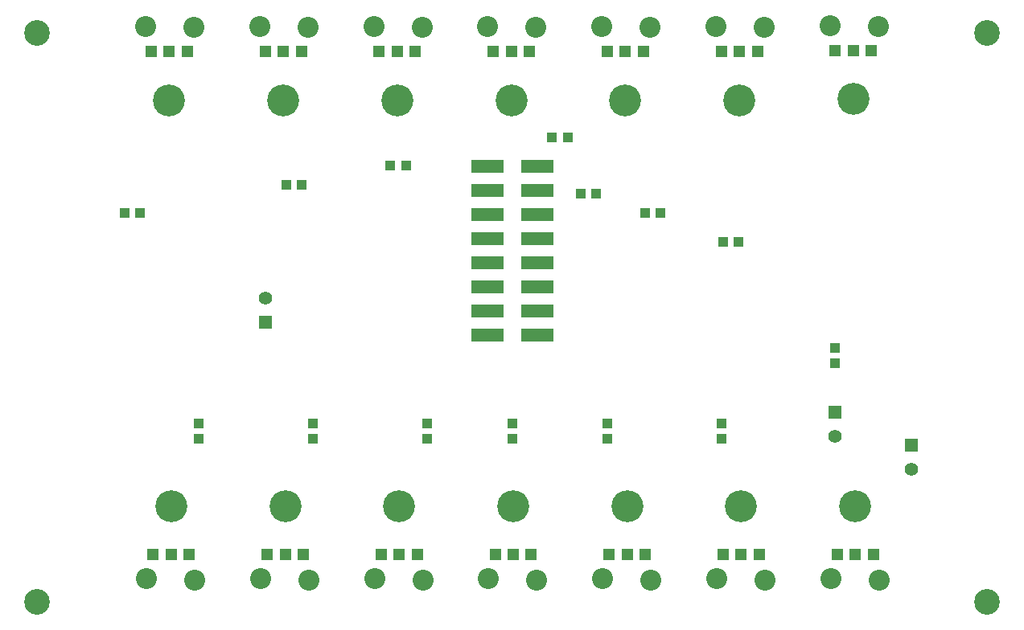
<source format=gts>
G04*
G04 #@! TF.GenerationSoftware,Altium Limited,Altium Designer,20.2.6 (244)*
G04*
G04 Layer_Color=8388736*
%FSLAX25Y25*%
%MOIN*%
G70*
G04*
G04 #@! TF.SameCoordinates,EAF40AD8-45E7-421E-9E40-196F19150C0C*
G04*
G04*
G04 #@! TF.FilePolarity,Negative*
G04*
G01*
G75*
%ADD13R,0.04469X0.04182*%
%ADD14R,0.04182X0.04469*%
%ADD16R,0.13300X0.05288*%
%ADD17R,0.05524X0.05524*%
%ADD18C,0.05524*%
%ADD19C,0.08674*%
%ADD20R,0.04737X0.04737*%
%ADD21C,0.13202*%
%ADD22C,0.10642*%
D13*
X421987Y287402D02*
D03*
X428407D02*
D03*
X389764Y299213D02*
D03*
X396184D02*
D03*
X362931Y307087D02*
D03*
X369352D02*
D03*
X290612Y318898D02*
D03*
X284191D02*
D03*
X247305Y311024D02*
D03*
X240884D02*
D03*
X180376Y299213D02*
D03*
X173955D02*
D03*
X357541Y330709D02*
D03*
X351120D02*
D03*
D14*
X204724Y211872D02*
D03*
Y205451D02*
D03*
X299213Y211872D02*
D03*
Y205451D02*
D03*
X334646Y211872D02*
D03*
Y205451D02*
D03*
X251969Y211872D02*
D03*
Y205451D02*
D03*
X374016Y211872D02*
D03*
Y205451D02*
D03*
X421260Y211872D02*
D03*
Y205451D02*
D03*
X468504Y243368D02*
D03*
Y236947D02*
D03*
D16*
X344892Y248465D02*
D03*
X324400D02*
D03*
X344892Y258465D02*
D03*
X324400D02*
D03*
X344892Y268465D02*
D03*
X324400D02*
D03*
X344892Y278465D02*
D03*
X324400D02*
D03*
X344892Y288465D02*
D03*
X324400D02*
D03*
X344892Y298465D02*
D03*
X324400D02*
D03*
X344892Y308465D02*
D03*
X324400D02*
D03*
X344892Y318465D02*
D03*
X324400D02*
D03*
D17*
X468504Y216535D02*
D03*
X232283Y253780D02*
D03*
X500000Y202913D02*
D03*
D18*
X468504Y206535D02*
D03*
X232283Y263779D02*
D03*
X500000Y192913D02*
D03*
D19*
X438976Y376142D02*
D03*
X418976Y376673D02*
D03*
X230000D02*
D03*
X250000Y376142D02*
D03*
X486535Y146949D02*
D03*
X466535Y147480D02*
D03*
X182756Y376673D02*
D03*
X202756Y376142D02*
D03*
X183071Y147480D02*
D03*
X203071Y146949D02*
D03*
X250315D02*
D03*
X230315Y147480D02*
D03*
X277559D02*
D03*
X297559Y146949D02*
D03*
X324803Y147480D02*
D03*
X344803Y146949D02*
D03*
X372047Y147480D02*
D03*
X392047Y146949D02*
D03*
X419291Y147480D02*
D03*
X439291Y146949D02*
D03*
X297244Y376142D02*
D03*
X277244Y376673D02*
D03*
X344488Y376142D02*
D03*
X324488Y376673D02*
D03*
X371732D02*
D03*
X391732Y376142D02*
D03*
X466221Y377067D02*
D03*
X486221Y376535D02*
D03*
D20*
X428740Y366142D02*
D03*
X436221D02*
D03*
X421260D02*
D03*
X239764D02*
D03*
X247244D02*
D03*
X232283D02*
D03*
X476772Y157480D02*
D03*
X469291D02*
D03*
X484252D02*
D03*
X200000Y366142D02*
D03*
X192520D02*
D03*
X185039D02*
D03*
X437008Y157480D02*
D03*
X422047D02*
D03*
X389764D02*
D03*
X374803D02*
D03*
X342520D02*
D03*
X327559D02*
D03*
X295276D02*
D03*
X280315D02*
D03*
X248031D02*
D03*
X233071D02*
D03*
X200787D02*
D03*
X185827D02*
D03*
X468504Y366535D02*
D03*
X483465D02*
D03*
X374016Y366142D02*
D03*
X388976D02*
D03*
X326772D02*
D03*
X341732D02*
D03*
X279528D02*
D03*
X294488D02*
D03*
X193307Y157480D02*
D03*
X240551D02*
D03*
X287795D02*
D03*
X335039D02*
D03*
X382283D02*
D03*
X429528D02*
D03*
X287008Y366142D02*
D03*
X334252D02*
D03*
X381496D02*
D03*
X475984Y366535D02*
D03*
D21*
X428740Y346063D02*
D03*
X239764D02*
D03*
X476772Y177559D02*
D03*
X192520Y346063D02*
D03*
X193307Y177559D02*
D03*
X240551D02*
D03*
X287795D02*
D03*
X335039D02*
D03*
X382283D02*
D03*
X429528D02*
D03*
X287008Y346063D02*
D03*
X334252D02*
D03*
X381496D02*
D03*
X475984Y346457D02*
D03*
D22*
X137795Y137795D02*
D03*
X531496D02*
D03*
Y374016D02*
D03*
X137795D02*
D03*
M02*

</source>
